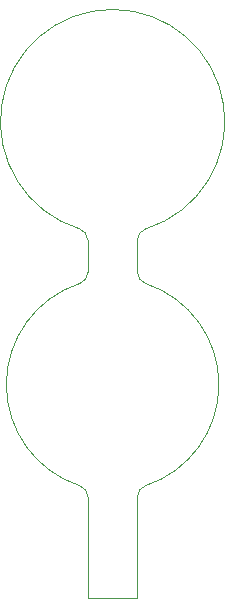
<source format=gm1>
G04 #@! TF.GenerationSoftware,KiCad,Pcbnew,8.0.6*
G04 #@! TF.CreationDate,2024-12-08T21:28:17+08:00*
G04 #@! TF.ProjectId,flex3kicad_pcb,666c6578-336b-4696-9361-645f7063622e,rev?*
G04 #@! TF.SameCoordinates,Original*
G04 #@! TF.FileFunction,Profile,NP*
%FSLAX46Y46*%
G04 Gerber Fmt 4.6, Leading zero omitted, Abs format (unit mm)*
G04 Created by KiCad (PCBNEW 8.0.6) date 2024-12-08 21:28:17*
%MOMM*%
%LPD*%
G01*
G04 APERTURE LIST*
G04 #@! TA.AperFunction,Profile*
%ADD10C,0.010000*%
G04 #@! TD*
G04 APERTURE END LIST*
D10*
X4800000Y4606619D02*
X4800000Y6742902D01*
X9000000Y9589157D02*
X9000000Y8277466D01*
X9000000Y1000000D02*
X4800000Y1000000D01*
X9000000Y8277466D02*
X9000000Y6742902D01*
X4800000Y1000000D02*
X4800000Y3205256D01*
X9000000Y6742902D02*
X9000000Y4606619D01*
X4800000Y3749799D02*
X4800000Y4606619D01*
X4800000Y6742902D02*
X4800000Y8277466D01*
X4800000Y28603857D02*
X4800000Y29915519D01*
X4800000Y31015519D02*
X4800000Y31330157D01*
X9000000Y31015519D02*
X9000000Y29915519D01*
X4799994Y9589097D02*
X4800000Y9589097D01*
X9000000Y29915519D02*
X9000000Y28603857D01*
X4800000Y28603857D02*
G75*
G02*
X4109988Y27653159I-1000000J43D01*
G01*
X9000000Y4606619D02*
X9000000Y3749799D01*
X4800000Y3205256D02*
X4800000Y3749799D01*
X9000000Y3749799D02*
X9000000Y3205256D01*
X9000000Y9589157D02*
G75*
G02*
X9690008Y10539839I1000000J-57D01*
G01*
X4110000Y10539864D02*
G75*
G02*
X4109996Y27653135I2790000J8556636D01*
G01*
X4799989Y31330157D02*
X4800000Y31330157D01*
X9000000Y3205256D02*
X9000000Y1000000D01*
X9690000Y27653122D02*
G75*
G02*
X8999961Y28603857I310000J950778D01*
G01*
X9690000Y27653122D02*
G75*
G02*
X9689996Y10539877I-2790000J-8556622D01*
G01*
X4095238Y32285644D02*
G75*
G02*
X9704762Y32285644I2804762J9076523D01*
G01*
X4110000Y10539864D02*
G75*
G02*
X4800026Y9589097I-310000J-950764D01*
G01*
X9000000Y31330257D02*
G75*
G02*
X9704768Y32285626I1000000J-57D01*
G01*
X4800000Y29915519D02*
X4800000Y31015519D01*
X4800000Y8277466D02*
X4800000Y9589097D01*
X9000000Y31330257D02*
X9000000Y31015519D01*
X4095238Y32285644D02*
G75*
G02*
X4799994Y31330157I-295138J-955344D01*
G01*
M02*

</source>
